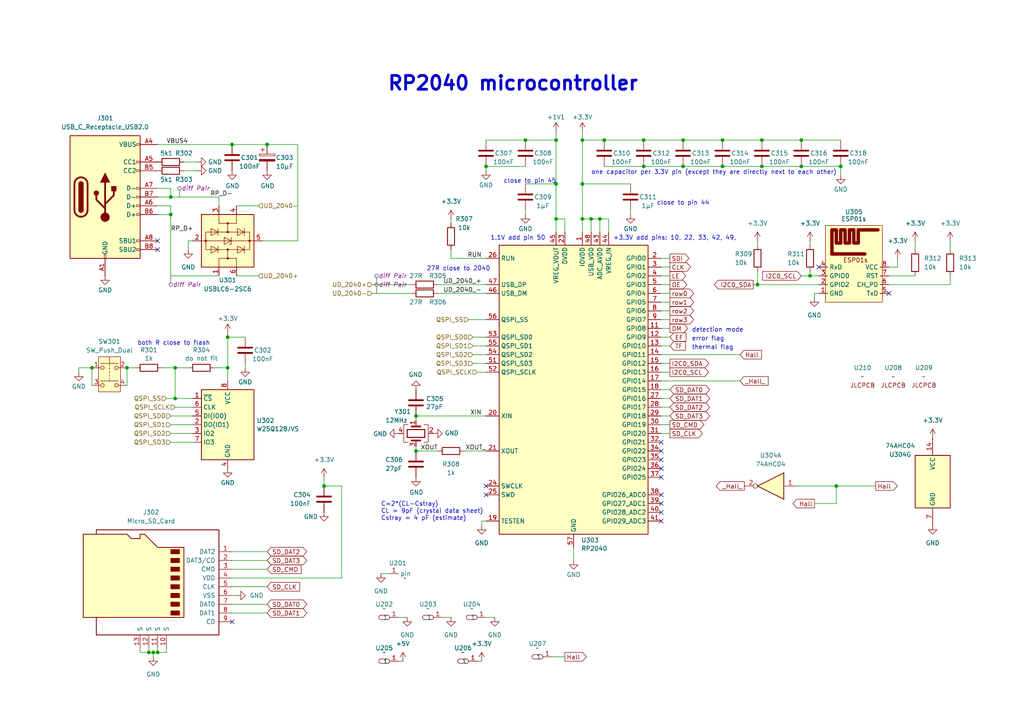
<source format=kicad_sch>
(kicad_sch (version 20231120) (generator "eeschema") (generator_version "8.0")
  (paper "A4")
  (title_block (title "RS64c") (date "2025-01-12") (rev "Rev 1") (company "Ludwin Monz") (comment 1 "you may not use the material for commercial purposes.") (comment 2 "you may use non-commercially, adapt, share alike ") (comment 3 "https://creativecommons.org/licenses/by-nc-sa/4.0/") (comment 4 "License: Creative Commons Attribution-Non-Commercial (CC BY-NC-SA)"))
  (junction (at 175.26 40.64))
  (junction (at 242.57 140.97))
  (junction (at 234.95 80.01))
  (junction (at 120.65 130.81))
  (junction (at 219.71 82.55))
  (junction (at 243.84 48.26))
  (junction (at 168.91 63.5))
  (junction (at 120.65 120.65))
  (junction (at 168.91 40.64))
  (junction (at 93.98 140.97))
  (junction (at 161.29 53.34))
  (junction (at 173.99 63.5))
  (junction (at 140.97 48.26))
  (junction (at 232.41 48.26))
  (junction (at 66.04 106.68))
  (junction (at 232.41 40.64))
  (junction (at 209.55 40.64))
  (junction (at 152.4 40.64))
  (junction (at 49.53 57.15))
  (junction (at 161.29 63.5))
  (junction (at 50.8 106.68))
  (junction (at 209.55 48.26))
  (junction (at 168.91 53.34))
  (junction (at 44.45 189.23))
  (junction (at 43.18 189.23))
  (junction (at 45.72 189.23))
  (junction (at 186.69 40.64))
  (junction (at 66.04 97.79))
  (junction (at 36.83 106.68))
  (junction (at 186.69 48.26))
  (junction (at 26.67 106.68))
  (junction (at 49.53 62.23))
  (junction (at 161.29 40.64))
  (junction (at 220.98 40.64))
  (junction (at 198.12 40.64))
  (junction (at 50.8 115.57))
  (junction (at 171.45 63.5))
  (junction (at 77.47 41.91))
  (junction (at 220.98 48.26))
  (junction (at 67.31 41.91))
  (junction (at 198.12 48.26))
  (no_connect (at 191.77 133.35))
  (no_connect (at 191.77 146.05))
  (no_connect (at 191.77 151.13))
  (no_connect (at 45.72 72.39))
  (no_connect (at 191.77 143.51))
  (no_connect (at 191.77 138.43))
  (no_connect (at 191.77 148.59))
  (no_connect (at 257.81 85.09))
  (no_connect (at 191.77 130.81))
  (no_connect (at 45.72 69.85))
  (no_connect (at 140.97 143.51))
  (no_connect (at 237.49 77.47))
  (no_connect (at 140.97 140.97))
  (no_connect (at 191.77 128.27))
  (no_connect (at 67.31 180.34))
  (no_connect (at 191.77 135.89))
  (wire (pts (xy 130.81 72.39) (xy 130.81 74.93)))
  (wire (pts (xy 168.91 53.34) (xy 168.91 63.5)))
  (wire (pts (xy 191.77 74.93) (xy 194.31 74.93)))
  (wire (pts (xy 49.53 57.15) (xy 49.53 54.61)))
  (wire (pts (xy 168.91 63.5) (xy 171.45 63.5)))
  (wire (pts (xy 40.64 187.96) (xy 40.64 189.23)))
  (wire (pts (xy 50.8 106.68) (xy 54.61 106.68)))
  (wire (pts (xy 71.12 105.41) (xy 71.12 106.68)))
  (wire (pts (xy 120.65 130.81) (xy 127 130.81)))
  (wire (pts (xy 166.37 158.75) (xy 166.37 162.56)))
  (wire (pts (xy 176.53 63.5) (xy 173.99 63.5)))
  (wire (pts (xy 236.22 85.09) (xy 236.22 86.36)))
  (wire (pts (xy 86.36 41.91) (xy 86.36 69.85)))
  (wire (pts (xy 171.45 63.5) (xy 171.45 67.31)))
  (wire (pts (xy 50.8 115.57) (xy 50.8 106.68)))
  (wire (pts (xy 120.65 129.54) (xy 120.65 130.81)))
  (wire (pts (xy 232.41 48.26) (xy 243.84 48.26)))
  (wire (pts (xy 191.77 118.11) (xy 194.31 118.11)))
  (wire (pts (xy 66.04 96.52) (xy 66.04 97.79)))
  (wire (pts (xy 45.72 189.23) (xy 48.26 189.23)))
  (wire (pts (xy 191.77 77.47) (xy 194.31 77.47)))
  (wire (pts (xy 173.99 63.5) (xy 171.45 63.5)))
  (wire (pts (xy 49.53 123.19) (xy 55.88 123.19)))
  (wire (pts (xy 175.26 48.26) (xy 186.69 48.26)))
  (wire (pts (xy 168.91 40.64) (xy 168.91 53.34)))
  (wire (pts (xy 275.59 69.85) (xy 275.59 72.39)))
  (wire (pts (xy 219.71 78.74) (xy 219.71 82.55)))
  (wire (pts (xy 232.41 40.64) (xy 243.84 40.64)))
  (wire (pts (xy 186.69 40.64) (xy 198.12 40.64)))
  (wire (pts (xy 66.04 110.49) (xy 66.04 106.68)))
  (wire (pts (xy 257.81 80.01) (xy 265.43 80.01)))
  (wire (pts (xy 137.16 102.87) (xy 140.97 102.87)))
  (wire (pts (xy 168.91 67.31) (xy 168.91 63.5)))
  (wire (pts (xy 67.31 160.02) (xy 77.47 160.02)))
  (wire (pts (xy 49.53 128.27) (xy 55.88 128.27)))
  (wire (pts (xy 191.77 110.49) (xy 214.63 110.49)))
  (wire (pts (xy 242.57 140.97) (xy 254 140.97)))
  (wire (pts (xy 191.77 80.01) (xy 194.31 80.01)))
  (wire (pts (xy 67.31 177.8) (xy 77.47 177.8)))
  (wire (pts (xy 138.43 107.95) (xy 140.97 107.95)))
  (wire (pts (xy 186.69 48.26) (xy 198.12 48.26)))
  (wire (pts (xy 49.53 80.01) (xy 63.5 80.01)))
  (wire (pts (xy 191.77 82.55) (xy 194.31 82.55)))
  (wire (pts (xy 191.77 123.19) (xy 194.31 123.19)))
  (wire (pts (xy 163.83 67.31) (xy 163.83 63.5)))
  (wire (pts (xy 161.29 40.64) (xy 161.29 53.34)))
  (wire (pts (xy 152.4 53.34) (xy 161.29 53.34)))
  (wire (pts (xy 68.58 80.01) (xy 74.93 80.01)))
  (wire (pts (xy 50.8 118.11) (xy 55.88 118.11)))
  (wire (pts (xy 55.88 115.57) (xy 50.8 115.57)))
  (wire (pts (xy 45.72 59.69) (xy 49.53 59.69)))
  (wire (pts (xy 218.44 82.55) (xy 219.71 82.55)))
  (wire (pts (xy 139.7 151.13) (xy 140.97 151.13)))
  (wire (pts (xy 99.06 167.64) (xy 99.06 140.97)))
  (wire (pts (xy 44.45 189.23) (xy 44.45 190.5)))
  (wire (pts (xy 49.53 54.61) (xy 45.72 54.61)))
  (wire (pts (xy 99.06 140.97) (xy 93.98 140.97)))
  (wire (pts (xy 168.91 40.64) (xy 168.91 38.1)))
  (wire (pts (xy 93.98 138.43) (xy 93.98 140.97)))
  (wire (pts (xy 161.29 38.1) (xy 161.29 40.64)))
  (wire (pts (xy 260.35 77.47) (xy 257.81 77.47)))
  (wire (pts (xy 36.83 106.68) (xy 36.83 111.76)))
  (wire (pts (xy 140.97 48.26) (xy 140.97 49.53)))
  (wire (pts (xy 191.77 85.09) (xy 194.31 85.09)))
  (wire (pts (xy 140.97 48.26) (xy 152.4 48.26)))
  (wire (pts (xy 66.04 97.79) (xy 71.12 97.79)))
  (wire (pts (xy 168.91 53.34) (xy 182.88 53.34)))
  (wire (pts (xy 138.43 191.77) (xy 139.7 191.77)))
  (wire (pts (xy 139.7 152.4) (xy 139.7 151.13)))
  (wire (pts (xy 231.14 140.97) (xy 242.57 140.97)))
  (wire (pts (xy 120.65 120.65) (xy 120.65 121.92)))
  (wire (pts (xy 22.86 107.95) (xy 22.86 106.68)))
  (wire (pts (xy 68.58 59.69) (xy 74.93 59.69)))
  (wire (pts (xy 232.41 80.01) (xy 234.95 80.01)))
  (wire (pts (xy 209.55 48.26) (xy 220.98 48.26)))
  (wire (pts (xy 86.36 69.85) (xy 76.2 69.85)))
  (wire (pts (xy 220.98 40.64) (xy 232.41 40.64)))
  (wire (pts (xy 134.62 130.81) (xy 140.97 130.81)))
  (wire (pts (xy 45.72 187.96) (xy 45.72 189.23)))
  (wire (pts (xy 130.81 74.93) (xy 140.97 74.93)))
  (wire (pts (xy 140.97 179.07) (xy 143.51 179.07)))
  (wire (pts (xy 53.34 49.53) (xy 57.15 49.53)))
  (wire (pts (xy 191.77 120.65) (xy 194.31 120.65)))
  (wire (pts (xy 234.95 69.85) (xy 234.95 71.12)))
  (wire (pts (xy 67.31 175.26) (xy 77.47 175.26)))
  (wire (pts (xy 77.47 41.91) (xy 86.36 41.91)))
  (wire (pts (xy 67.31 165.1) (xy 77.47 165.1)))
  (wire (pts (xy 173.99 67.31) (xy 173.99 63.5)))
  (wire (pts (xy 175.26 40.64) (xy 186.69 40.64)))
  (wire (pts (xy 137.16 105.41) (xy 140.97 105.41)))
  (wire (pts (xy 152.4 40.64) (xy 161.29 40.64)))
  (wire (pts (xy 48.26 189.23) (xy 48.26 187.96)))
  (wire (pts (xy 46.99 106.68) (xy 50.8 106.68)))
  (wire (pts (xy 45.72 57.15) (xy 49.53 57.15)))
  (wire (pts (xy 67.31 41.91) (xy 77.47 41.91)))
  (wire (pts (xy 67.31 162.56) (xy 77.47 162.56)))
  (wire (pts (xy 68.58 172.72) (xy 67.31 172.72)))
  (wire (pts (xy 176.53 67.31) (xy 176.53 63.5)))
  (wire (pts (xy 49.53 62.23) (xy 49.53 59.69)))
  (wire (pts (xy 191.77 115.57) (xy 194.31 115.57)))
  (wire (pts (xy 191.77 105.41) (xy 194.31 105.41)))
  (wire (pts (xy 115.57 179.07) (xy 118.11 179.07)))
  (wire (pts (xy 191.77 87.63) (xy 194.31 87.63)))
  (wire (pts (xy 152.4 60.96) (xy 152.4 62.23)))
  (wire (pts (xy 128.27 179.07) (xy 130.81 179.07)))
  (wire (pts (xy 36.83 106.68) (xy 39.37 106.68)))
  (wire (pts (xy 53.34 46.99) (xy 57.15 46.99)))
  (wire (pts (xy 49.53 57.15) (xy 63.5 57.15)))
  (wire (pts (xy 161.29 63.5) (xy 161.29 67.31)))
  (wire (pts (xy 130.81 63.5) (xy 130.81 64.77)))
  (wire (pts (xy 198.12 40.64) (xy 209.55 40.64)))
  (wire (pts (xy 219.71 69.85) (xy 219.71 71.12)))
  (wire (pts (xy 22.86 106.68) (xy 26.67 106.68)))
  (wire (pts (xy 243.84 48.26) (xy 243.84 50.8)))
  (wire (pts (xy 107.95 85.09) (xy 119.38 85.09)))
  (wire (pts (xy 66.04 97.79) (xy 66.04 106.68)))
  (wire (pts (xy 237.49 85.09) (xy 236.22 85.09)))
  (wire (pts (xy 137.16 97.79) (xy 140.97 97.79)))
  (wire (pts (xy 140.97 40.64) (xy 152.4 40.64)))
  (wire (pts (xy 161.29 53.34) (xy 161.29 63.5)))
  (wire (pts (xy 49.53 120.65) (xy 55.88 120.65)))
  (wire (pts (xy 26.67 106.68) (xy 26.67 111.76)))
  (wire (pts (xy 99.06 167.64) (xy 67.31 167.64)))
  (wire (pts (xy 120.65 120.65) (xy 140.97 120.65)))
  (wire (pts (xy 44.45 189.23) (xy 45.72 189.23)))
  (wire (pts (xy 191.77 95.25) (xy 194.31 95.25)))
  (wire (pts (xy 115.57 191.77) (xy 116.84 191.77)))
  (wire (pts (xy 191.77 125.73) (xy 194.31 125.73)))
  (wire (pts (xy 127 82.55) (xy 140.97 82.55)))
  (wire (pts (xy 137.16 100.33) (xy 140.97 100.33)))
  (wire (pts (xy 67.31 170.18) (xy 77.47 170.18)))
  (wire (pts (xy 163.83 63.5) (xy 161.29 63.5)))
  (wire (pts (xy 48.26 115.57) (xy 50.8 115.57)))
  (wire (pts (xy 49.53 125.73) (xy 55.88 125.73)))
  (wire (pts (xy 54.61 72.39) (xy 54.61 69.85)))
  (wire (pts (xy 127 85.09) (xy 140.97 85.09)))
  (wire (pts (xy 182.88 60.96) (xy 182.88 62.23)))
  (wire (pts (xy 110.49 166.37) (xy 113.03 166.37)))
  (wire (pts (xy 191.77 90.17) (xy 194.31 90.17)))
  (wire (pts (xy 260.35 74.93) (xy 260.35 77.47)))
  (wire (pts (xy 191.77 100.33) (xy 194.31 100.33)))
  (wire (pts (xy 135.89 92.71) (xy 140.97 92.71)))
  (wire (pts (xy 49.53 62.23) (xy 49.53 80.01)))
  (wire (pts (xy 219.71 82.55) (xy 237.49 82.55)))
  (wire (pts (xy 220.98 48.26) (xy 232.41 48.26)))
  (wire (pts (xy 234.95 80.01) (xy 237.49 80.01)))
  (wire (pts (xy 54.61 69.85) (xy 55.88 69.85)))
  (wire (pts (xy 209.55 40.64) (xy 220.98 40.64)))
  (wire (pts (xy 66.04 106.68) (xy 62.23 106.68)))
  (wire (pts (xy 191.77 97.79) (xy 194.31 97.79)))
  (wire (pts (xy 242.57 146.05) (xy 242.57 140.97)))
  (wire (pts (xy 265.43 69.85) (xy 265.43 72.39)))
  (wire (pts (xy 63.5 57.15) (xy 63.5 59.69)))
  (wire (pts (xy 234.95 78.74) (xy 234.95 80.01)))
  (wire (pts (xy 45.72 62.23) (xy 49.53 62.23)))
  (wire (pts (xy 43.18 189.23) (xy 44.45 189.23)))
  (wire (pts (xy 275.59 82.55) (xy 257.81 82.55)))
  (wire (pts (xy 45.72 41.91) (xy 67.31 41.91)))
  (wire (pts (xy 198.12 48.26) (xy 209.55 48.26)))
  (wire (pts (xy 191.77 107.95) (xy 194.31 107.95)))
  (wire (pts (xy 175.26 40.64) (xy 168.91 40.64)))
  (wire (pts (xy 107.95 82.55) (xy 119.38 82.55)))
  (wire (pts (xy 43.18 187.96) (xy 43.18 189.23)))
  (wire (pts (xy 160.02 190.5) (xy 163.83 190.5)))
  (wire (pts (xy 275.59 80.01) (xy 275.59 82.55)))
  (wire (pts (xy 191.77 102.87) (xy 214.63 102.87)))
  (wire (pts (xy 191.77 113.03) (xy 194.31 113.03)))
  (wire (pts (xy 191.77 92.71) (xy 194.31 92.71)))
  (wire (pts (xy 236.22 146.05) (xy 242.57 146.05)))
  (wire (pts (xy 40.64 189.23) (xy 43.18 189.23)))
  (text "27R close to 2040" (at 142.24 78.74 0) (effects (font (size 1.27 1.27)) (justify right bottom)))
  (text "close to pin 44" (at 190.5 59.69 0) (effects (font (size 1.27 1.27)) (justify left bottom)))
  (text "+3.3V add pins: 10, 22, 33, 42, 49,  " (at 177.8 69.85 0) (effects (font (size 1.27 1.27)) (justify left bottom)))
  (text "RP2040 microcontroller" (at 185.42 26.67 0) (effects (font (size 4 4) (thickness 0.8) (bold yes)) (justify right bottom)))
  (text "C=2*(CL-Cstray)\nCL = 9pF (crystal data sheet)\nCstray = 4 pF (estimate)" (at 110.49 151.13 0) (effects (font (size 1.27 1.27)) (justify left bottom)))
  (text "close to pin 45" (at 146.05 53.34 0) (effects (font (size 1.27 1.27)) (justify left bottom)))
  (text "detection mode" (at 200.66 96.52 0) (effects (font (size 1.27 1.27)) (justify left bottom)))
  (text "error flag" (at 200.66 99.06 0) (effects (font (size 1.27 1.27)) (justify left bottom)))
  (text "1.1V add pin 50" (at 142.24 69.85 0) (effects (font (size 1.27 1.27)) (justify left bottom)))
  (text "thermal flag" (at 200.66 101.6 0) (effects (font (size 1.27 1.27)) (justify left bottom)))
  (text "both R close to flash" (at 60.96 100.33 0) (effects (font (size 1.27 1.27)) (justify right bottom)))
  (text "one capacitor per 3.3V pin (except they are directly next to each other)" (at 171.45 50.8 0) (effects (font (size 1.27 1.27)) (justify left bottom)))
  (label "XOUT" (at 127 130.81 180))
  (label "RP_D-" (at 60.96 57.15 0))
  (label "RUN" (at 139.7 74.93 180))
  (label "UD_2040_-" (at 139.7 85.09 180))
  (label "XIN" (at 139.7 120.65 180))
  (label "UD_2040_+" (at 139.7 82.55 180))
  (label "VBUS4" (at 48.26 41.91 0))
  (label "RP_D+" (at 49.53 67.31 0))
  (label "XOUT_" (at 140.97 130.81 180))
  (global_label "row2" (shape output) (at 194.31 90.17 0) (property "Intersheetrefs" "${INTERSHEET_REFS}" (effects (hide yes))))
  (global_label "SD_DAT2" (shape bidirectional) (at 194.31 118.11 0) (property "Intersheetrefs" "${INTERSHEET_REFS}" (effects (hide yes))))
  (global_label "SDI" (shape output) (at 194.31 74.93 0) (property "Intersheetrefs" "${INTERSHEET_REFS}" (effects (hide yes))))
  (global_label "row1" (shape output) (at 194.31 87.63 0) (property "Intersheetrefs" "${INTERSHEET_REFS}" (effects (hide yes))))
  (global_label "I2C0_SDA" (shape output) (at 194.31 105.41 0) (property "Intersheetrefs" "${INTERSHEET_REFS}" (effects (hide yes))))
  (global_label "EF" (shape input) (at 194.31 97.79 0) (property "Intersheetrefs" "${INTERSHEET_REFS}" (effects (hide yes))))
  (global_label "Hall" (shape output) (at 163.83 190.5 0) (property "Intersheetrefs" "${INTERSHEET_REFS}" (effects (hide yes))))
  (global_label "Hall" (shape output) (at 236.22 146.05 180) (property "Intersheetrefs" "${INTERSHEET_REFS}" (effects (hide yes))))
  (global_label "SD_DAT3" (shape bidirectional) (at 77.47 162.56 0) (property "Intersheetrefs" "${INTERSHEET_REFS}" (effects (hide yes))))
  (global_label "row0" (shape output) (at 194.31 85.09 0) (property "Intersheetrefs" "${INTERSHEET_REFS}" (effects (hide yes))))
  (global_label "OE" (shape output) (at 194.31 82.55 0) (property "Intersheetrefs" "${INTERSHEET_REFS}" (effects (hide yes))))
  (global_label "LE" (shape output) (at 194.31 80.01 0) (property "Intersheetrefs" "${INTERSHEET_REFS}" (effects (hide yes))))
  (global_label "Hall" (shape output) (at 254 140.97 0) (property "Intersheetrefs" "${INTERSHEET_REFS}" (effects (hide yes))))
  (global_label "Hall" (shape input) (at 214.63 102.87 0) (property "Intersheetrefs" "${INTERSHEET_REFS}" (effects (hide yes))))
  (global_label "SD_DAT0" (shape bidirectional) (at 77.47 175.26 0) (property "Intersheetrefs" "${INTERSHEET_REFS}" (effects (hide yes))))
  (global_label "TF" (shape input) (at 194.31 100.33 0) (property "Intersheetrefs" "${INTERSHEET_REFS}" (effects (hide yes))))
  (global_label "I2C0_SCL" (shape input) (at 232.41 80.01 180) (property "Intersheetrefs" "${INTERSHEET_REFS}" (effects (hide yes))))
  (global_label "I2C0_SCL" (shape output) (at 194.31 107.95 0) (property "Intersheetrefs" "${INTERSHEET_REFS}" (effects (hide yes))))
  (global_label "SD_CLK" (shape input) (at 77.47 170.18 0) (property "Intersheetrefs" "${INTERSHEET_REFS}" (effects (hide yes))))
  (global_label "I2C0_SDA" (shape output) (at 218.44 82.55 180) (property "Intersheetrefs" "${INTERSHEET_REFS}" (effects (hide yes))))
  (global_label "SD_CMD" (shape output) (at 194.31 123.19 0) (property "Intersheetrefs" "${INTERSHEET_REFS}" (effects (hide yes))))
  (global_label "SD_CLK" (shape output) (at 194.31 125.73 0) (property "Intersheetrefs" "${INTERSHEET_REFS}" (effects (hide yes))))
  (global_label "SD_DAT2" (shape bidirectional) (at 77.47 160.02 0) (property "Intersheetrefs" "${INTERSHEET_REFS}" (effects (hide yes))))
  (global_label "SD_DAT3" (shape bidirectional) (at 194.31 120.65 0) (property "Intersheetrefs" "${INTERSHEET_REFS}" (effects (hide yes))))
  (global_label "_Hall_" (shape output) (at 215.9 140.97 180) (property "Intersheetrefs" "${INTERSHEET_REFS}" (effects (hide yes))))
  (global_label "DM" (shape output) (at 194.31 95.25 0) (property "Intersheetrefs" "${INTERSHEET_REFS}" (effects (hide yes))))
  (global_label "SD_CMD" (shape input) (at 77.47 165.1 0) (property "Intersheetrefs" "${INTERSHEET_REFS}" (effects (hide yes))))
  (global_label "row3" (shape output) (at 194.31 92.71 0) (property "Intersheetrefs" "${INTERSHEET_REFS}" (effects (hide yes))))
  (global_label "CLK" (shape output) (at 194.31 77.47 0) (property "Intersheetrefs" "${INTERSHEET_REFS}" (effects (hide yes))))
  (global_label "SD_DAT0" (shape bidirectional) (at 194.31 113.03 0) (property "Intersheetrefs" "${INTERSHEET_REFS}" (effects (hide yes))))
  (global_label "SD_DAT1" (shape bidirectional) (at 77.47 177.8 0) (property "Intersheetrefs" "${INTERSHEET_REFS}" (effects (hide yes))))
  (global_label "_Hall_" (shape input) (at 214.63 110.49 0) (property "Intersheetrefs" "${INTERSHEET_REFS}" (effects (hide yes))))
  (global_label "SD_DAT1" (shape bidirectional) (at 194.31 115.57 0) (property "Intersheetrefs" "${INTERSHEET_REFS}" (effects (hide yes))))
  (hierarchical_label "QSPI_SD1" (shape input) (at 137.16 100.33 180))
  (hierarchical_label "QSPI_SD3" (shape input) (at 137.16 105.41 180))
  (hierarchical_label "QSPI_SD0" (shape input) (at 49.53 120.65 180))
  (hierarchical_label "UD_2040+" (shape input) (at 74.93 80.01 0))
  (hierarchical_label "QSPI_SS" (shape input) (at 48.26 115.57 180))
  (hierarchical_label "QSPI_SD3" (shape input) (at 49.53 128.27 180))
  (hierarchical_label "UD_2040-" (shape input) (at 107.95 85.09 180))
  (hierarchical_label "QSPI_SCLK" (shape input) (at 138.43 107.95 180))
  (hierarchical_label "QSPI_SD1" (shape input) (at 49.53 123.19 180))
  (hierarchical_label "QSPI_SS" (shape input) (at 135.89 92.71 180))
  (hierarchical_label "UD_2040+" (shape input) (at 107.95 82.55 180))
  (hierarchical_label "QSPI_SD2" (shape input) (at 137.16 102.87 180))
  (hierarchical_label "QSPI_SCLK" (shape input) (at 50.8 118.11 180))
  (hierarchical_label "QSPI_SD0" (shape input) (at 137.16 97.79 180))
  (hierarchical_label "QSPI_SD2" (shape input) (at 49.53 125.73 180))
  (hierarchical_label "UD_2040-" (shape input) (at 74.93 59.69 0))
  (netclass_flag "" (length 2.54) (shape round) (at 109.22 85.09 0) (property "Netclass" "diff Pair" (at 109.8296 82.55 0) (effects (font (italic yes)) (justify left))))
  (netclass_flag "" (length 2.54) (shape round) (at 52.07 57.15 0) (property "Netclass" "diff Pair" (at 52.6796 54.61 0) (effects (font (italic yes)) (justify left))))
  (netclass_flag "" (length 2.54) (shape round) (at 49.53 80.01 180) (property "Netclass" "diff Pair" (at 50.1396 82.55 0) (effects (font (italic yes)) (justify left))))
  (netclass_flag "" (length 2.54) (shape round) (at 109.22 82.55 0) (property "Netclass" "diff Pair" (at 109.8296 80.01 0) (effects (font (italic yes)) (justify left))))
  (symbol (lib_name "GND_4") (lib_id "power:GND") (at 118.11 179.07 0) (unit 1)
    (property "Reference" "#PWR0204" (effects (hide yes)))
    (property "Value" "GND" (at 118.11 184.15 0))
    (property "Description" "Power symbol creates a global label with name \"GND\" , ground" (effects (hide yes)))
  )
  (symbol (lib_id "my_symbols:USB_C_Receptacle_USB2.0_no_S1") (at 30.48 57.15 0) (unit 1)
    (property "Reference" "J301" (at 30.48 34.29 0))
    (property "Value" "USB_C_Receptacle_USB2.0" (at 30.48 36.83 0))
    (property "Footprint" "my_footprints:USB_C_7082A" (effects (hide yes)))
    (property "Datasheet" "https://www.usb.org/sites/default/files/documents/usb_type-c.zip" (effects (hide yes)))
    (property "LCSC" "C3001289" (effects (hide yes)))
  )
  (symbol (lib_id "Device:R") (at 275.59 76.2 180) (unit 1)
    (property "Reference" "R313" (at 278.13 74.9299 0) (effects (justify right)))
    (property "Value" "10k" (at 278.13 77.4699 0) (effects (justify right)))
    (property "Footprint" "Resistor_SMD:R_0402_1005Metric" (effects (hide yes)))
    (property "Description" "Resistor" (effects (hide yes)))
    (property "LCSC" "C25744" (effects (hide yes)))
  )
  (symbol (lib_id "my_symbols:slot1") (at 125.73 179.07 180) (unit 1)
    (property "Reference" "U203" (at 124.1425 175.26 0))
    (property "Value" "~" (at 124.1425 176.53 0))
    (property "Footprint" "my_footprints:edge_contact" (effects (hide yes)))
  )
  (symbol (lib_id "power:GND") (at 54.61 72.39 0) (unit 1)
    (property "Reference" "#PWR0304" (effects (hide yes)))
    (property "Value" "GND" (at 54.61 77.47 0))
  )
  (symbol (lib_name "+3.3V_5") (lib_id "power:+3.3V") (at 139.7 191.77 0) (unit 1)
    (property "Reference" "#PWR0208" (effects (hide yes)))
    (property "Value" "+3.3V" (at 139.7 186.69 0))
    (property "Description" "Power symbol creates a global label with name \"+3.3V\"" (effects (hide yes)))
  )
  (symbol (lib_id "power:GND") (at 139.7 152.4 0) (unit 1)
    (property "Reference" "#PWR0321" (effects (hide yes)))
    (property "Value" "GND" (at 139.7 157.48 0))
  )
  (symbol (lib_id "my_symbols:slot1") (at 135.89 191.77 180) (unit 1)
    (property "Reference" "U206" (at 134.3025 187.96 0))
    (property "Value" "~" (at 134.3025 189.23 0))
    (property "Footprint" "my_footprints:edge_contact_small" (effects (hide yes)))
  )
  (symbol (lib_id "my_symbols:slot1") (at 138.43 179.07 180) (unit 1)
    (property "Reference" "U204" (at 136.8425 175.26 0))
    (property "Value" "~" (at 136.8425 176.53 0))
    (property "Footprint" "my_footprints:edge_contact_small" (effects (hide yes)))
  )
  (symbol (lib_id "my_symbols:slot1") (at 157.48 190.5 180) (unit 1)
    (property "Reference" "U207" (at 155.8925 186.69 0))
    (property "Value" "~" (at 155.8925 187.96 0))
    (property "Footprint" "my_footprints:edge_contact_small" (effects (hide yes)))
  )
  (symbol (lib_name "GND_4") (lib_id "power:GND") (at 130.81 179.07 0) (unit 1)
    (property "Reference" "#PWR0205" (effects (hide yes)))
    (property "Value" "GND" (at 130.81 184.15 0))
    (property "Description" "Power symbol creates a global label with name \"GND\" , ground" (effects (hide yes)))
  )
  (symbol (lib_id "power:GND") (at 77.47 49.53 0) (unit 1)
    (property "Reference" "#PWR0312" (effects (hide yes)))
    (property "Value" "GND" (at 77.597 53.9242 0))
  )
  (symbol (lib_id "Device:R") (at 58.42 106.68 90) (unit 1)
    (property "Reference" "R304" (at 58.42 101.5197 90))
    (property "Value" "do not fit" (at 58.42 103.9439 90))
    (property "Footprint" "Resistor_SMD:R_0402_1005Metric" (effects (hide yes)))
  )
  (symbol (lib_id "power:+3.3V") (at 66.04 96.52 0) (unit 1)
    (property "Reference" "#PWR0307" (effects (hide yes)))
    (property "Value" "+3.3V" (at 66.04 92.3869 0))
  )
  (symbol (lib_id "Device:R") (at 265.43 76.2 180) (unit 1)
    (property "Reference" "R312" (at 267.97 74.9299 0) (effects (justify right)))
    (property "Value" "10k" (at 267.97 77.4699 0) (effects (justify right)))
    (property "Footprint" "Resistor_SMD:R_0402_1005Metric" (effects (hide yes)))
    (property "Description" "Resistor" (effects (hide yes)))
    (property "LCSC" "C25744" (effects (hide yes)))
  )
  (symbol (lib_id "power:GND") (at 71.12 106.68 0) (unit 1)
    (property "Reference" "#PWR0311" (effects (hide yes)))
    (property "Value" "GND" (at 71.12 110.8131 0))
  )
  (symbol (lib_id "74xx:74AHCT04") (at 270.51 139.7 0) (mirror y) (unit 7)
    (property "Reference" "U304" (at 261.112 131.826 0))
    (property "Value" "74AHC04" (at 261.112 129.286 0))
    (property "Footprint" "Package_SO:SO-14_3.9x8.65mm_P1.27mm" (effects (hide yes)))
    (property "Datasheet" "https://assets.nexperia.com/documents/data-sheet/74AHC_AHCT04.pdf" (effects (hide yes)))
    (property "Description" "Hex Inverter" (effects (hide yes)))
    (property "LCSC" "C86613" (effects (hide yes)))
  )
  (symbol (lib_name "+3.3V_1") (lib_id "power:+3.3V") (at 260.35 74.93 0) (unit 1)
    (property "Reference" "#PWR0336" (effects (hide yes)))
    (property "Value" "+3.3V" (at 260.35 69.85 0))
    (property "Description" "Power symbol creates a global label with name \"+3.3V\"" (effects (hide yes)))
  )
  (symbol (lib_id "power:+3.3V") (at 130.81 63.5 0) (unit 1)
    (property "Reference" "#PWR0320" (effects (hide yes)))
    (property "Value" "+3.3V" (at 130.81 58.42 0))
  )
  (symbol (lib_id "power:+1V1") (at 161.29 38.1 0) (unit 1)
    (property "Reference" "#PWR0324" (effects (hide yes)))
    (property "Value" "+1V1" (at 161.29 33.9669 0))
  )
  (symbol (lib_id "power:GND") (at 120.65 113.03 180) (unit 1)
    (property "Reference" "#PWR0317" (effects (hide yes)))
    (property "Value" "GND" (at 120.523 108.6358 0))
  )
  (symbol (lib_id "Device:R") (at 43.18 106.68 90) (unit 1)
    (property "Reference" "R301" (at 43.18 101.5197 90))
    (property "Value" "1k" (at 43.18 103.9439 90))
    (property "Footprint" "Resistor_SMD:R_0402_1005Metric" (effects (hide yes)))
    (property "LCSC" "C11702" (effects (hide yes)))
  )
  (symbol (lib_id "Device:R") (at 234.95 74.93 180) (unit 1)
    (property "Reference" "R311" (at 228.346 73.66 0) (effects (justify right)))
    (property "Value" "10k" (at 228.346 76.2 0) (effects (justify right)))
    (property "Footprint" "Resistor_SMD:R_0402_1005Metric" (effects (hide yes)))
    (property "Description" "Resistor" (effects (hide yes)))
    (property "LCSC" "C25744" (effects (hide yes)))
  )
  (symbol (lib_id "my_symbols:JLCPCB") (at 267.97 111.76 0) (unit 1)
    (property "Reference" "U209" (at 267.97 106.68 0))
    (property "Value" "~" (at 267.97 109.22 0))
    (property "Footprint" "my_footprints:JLC_tooling_hole" (effects (hide yes)))
  )
  (symbol (lib_id "power:GND") (at 57.15 49.53 90) (unit 1)
    (property "Reference" "#PWR0306" (effects (hide yes)))
    (property "Value" "GND" (at 60.325 49.53 90) (effects (justify right)))
  )
  (symbol (lib_id "Device:R") (at 49.53 49.53 90) (unit 1)
    (property "Reference" "R303" (at 53.34 52.07 90))
    (property "Value" "5k1" (at 48.26 52.07 90))
    (property "Footprint" "Resistor_SMD:R_0402_1005Metric" (effects (hide yes)))
    (property "LCSC" "C25905" (effects (hide yes)))
  )
  (symbol (lib_id "Switch:SW_Push_Dual") (at 31.75 109.22 0) (unit 1)
    (property "Reference" "SW301" (at 31.75 99.06 0))
    (property "Value" "SW_Push_Dual" (at 31.75 101.6 0))
    (property "Footprint" "my_footprints:PS-5824SVA-4PN" (effects (hide yes)))
    (property "Description" "Push button switch, generic, symbol, four pins" (effects (hide yes)))
  )
  (symbol (lib_id "power:GND") (at 115.57 125.73 270) (unit 1)
    (property "Reference" "#PWR0315" (effects (hide yes)))
    (property "Value" "GND" (at 112.3188 125.857 90) (effects (justify right)))
  )
  (symbol (lib_id "power:GND") (at 125.73 125.73 90) (unit 1)
    (property "Reference" "#PWR0319" (effects (hide yes)))
    (property "Value" "GND" (at 128.9812 125.603 90) (effects (justify right)))
  )
  (symbol (lib_id "Device:C") (at 120.65 134.62 0) (unit 1)
    (property "Reference" "C306" (at 111.76 133.35 0) (effects (justify left)))
    (property "Value" "27pF" (at 111.76 135.89 0) (effects (justify left)))
    (property "Footprint" "Capacitor_SMD:C_0402_1005Metric" (effects (hide yes)))
    (property "LCSC" "C1557" (effects (hide yes)))
  )
  (symbol (lib_id "my_symbols:slot1") (at 113.03 191.77 180) (unit 1)
    (property "Reference" "U205" (at 111.4425 187.96 0))
    (property "Value" "~" (at 111.4425 189.23 0))
    (property "Footprint" "my_footprints:edge_contact_small" (effects (hide yes)))
  )
  (symbol (lib_name "GND_2") (lib_id "power:GND") (at 110.49 166.37 0) (unit 1)
    (property "Reference" "#PWR0201" (effects (hide yes)))
    (property "Value" "GND" (at 110.49 171.45 0))
    (property "Description" "Power symbol creates a global label with name \"GND\" , ground" (effects (hide yes)))
  )
  (symbol (lib_id "Device:R") (at 130.81 68.58 180) (unit 1)
    (property "Reference" "R307" (at 134.62 63.5 0))
    (property "Value" "10k" (at 134.62 66.04 0))
    (property "Footprint" "Resistor_SMD:R_0402_1005Metric" (effects (hide yes)))
    (property "LCSC" "C25744" (effects (hide yes)))
  )
  (symbol (lib_id "my_symbols:JLCPCB") (at 259.08 111.76 0) (unit 1)
    (property "Reference" "U208" (at 259.08 106.68 0))
    (property "Value" "~" (at 259.08 109.22 0))
    (property "Footprint" "my_footprints:JLC_tooling_hole" (effects (hide yes)))
  )
  (symbol (lib_id "74xx:74AHCT04") (at 223.52 140.97 180) (unit 1)
    (property "Reference" "U304" (at 223.52 132.08 0))
    (property "Value" "74AHC04" (at 223.52 134.62 0))
    (property "Footprint" "Package_SO:SO-14_3.9x8.65mm_P1.27mm" (effects (hide yes)))
    (property "Datasheet" "https://assets.nexperia.com/documents/data-sheet/74AHC_AHCT04.pdf" (effects (hide yes)))
    (property "Description" "Hex Inverter" (effects (hide yes)))
    (property "LCSC" "C86613" (effects (hide yes)))
  )
  (symbol (lib_id "Device:C") (at 232.41 44.45 180) (unit 1)
    (property "Reference" "C316" (at 237.49 44.45 0))
    (property "Value" "100nF" (at 237.49 46.99 0))
    (property "Footprint" "Capacitor_SMD:C_0402_1005Metric" (effects (hide yes)))
    (property "LCSC" "C307331" (effects (hide yes)))
  )
  (symbol (lib_id "power:GND") (at 66.04 135.89 0) (unit 1)
    (property "Reference" "#PWR0308" (effects (hide yes)))
    (property "Value" "GND" (at 66.04 140.0231 0))
  )
  (symbol (lib_id "RD40_display_SMD-rescue:CP-Device") (at 77.47 45.72 0) (unit 1)
    (property "Reference" "C303" (at 80.01 45.72 0) (effects (justify left)))
    (property "Value" "10µF" (at 80.01 48.26 0) (effects (justify left)))
    (property "Footprint" "Capacitor_SMD:C_0805_2012Metric" (effects (hide yes)))
    (property "LCSC" "C15850" (effects (hide yes)))
  )
  (symbol (lib_id "Device:C") (at 220.98 44.45 180) (unit 1)
    (property "Reference" "C315" (at 226.06 44.45 0))
    (property "Value" "100nF" (at 226.06 46.99 0))
    (property "Footprint" "Capacitor_SMD:C_0402_1005Metric" (effects (hide yes)))
    (property "LCSC" "C307331" (effects (hide yes)))
  )
  (symbol (lib_id "Device:R") (at 123.19 82.55 90) (unit 1)
    (property "Reference" "R305" (at 127 80.01 90))
    (property "Value" "27R" (at 120.65 80.01 90))
    (property "Footprint" "Resistor_SMD:R_0402_1005Metric" (effects (hide yes)))
    (property "LCSC" "C321419" (effects (hide yes)))
  )
  (symbol (lib_id "MCU_RaspberryPi:RP2040") (at 166.37 113.03 0) (unit 1)
    (property "Reference" "U303" (at 168.5641 156.6601 0) (effects (justify left)))
    (property "Value" "RP2040" (at 168.5641 159.0843 0) (effects (justify left)))
    (property "Footprint" "Package_DFN_QFN:QFN-56-1EP_7x7mm_P0.4mm_EP3.2x3.2mm" (effects (hide yes)))
    (property "Datasheet" "https://datasheets.raspberrypi.com/rp2040/rp2040-datasheet.pdf" (effects (hide yes)))
    (property "LCSC" "C2040" (effects (hide yes)))
  )
  (symbol (lib_name "+3.3V_4") (lib_id "power:+3.3V") (at 270.51 127 0) (unit 1)
    (property "Reference" "#PWR0203" (effects (hide yes)))
    (property "Value" "+3.3V" (at 270.51 121.92 0))
    (property "Description" "Power symbol creates a global label with name \"+3.3V\"" (effects (hide yes)))
  )
  (symbol (lib_id "Device:C") (at 182.88 57.15 180) (unit 1)
    (property "Reference" "C311" (at 187.96 57.15 0))
    (property "Value" "1µF" (at 187.96 59.69 0))
    (property "Footprint" "Capacitor_SMD:C_0402_1005Metric" (effects (hide yes)))
    (property "LCSC" "C52923" (effects (hide yes)))
  )
  (symbol (lib_name "+3.3V_3") (lib_id "power:+3.3V") (at 275.59 69.85 0) (unit 1)
    (property "Reference" "#PWR0338" (effects (hide yes)))
    (property "Value" "+3.3V" (at 275.59 64.77 0))
    (property "Description" "Power symbol creates a global label with name \"+3.3V\"" (effects (hide yes)))
  )
  (symbol (lib_id "Device:C") (at 71.12 101.6 180) (unit 1)
    (property "Reference" "C302" (at 76.2 101.6 0))
    (property "Value" "100nF" (at 76.2 104.14 0))
    (property "Footprint" "Capacitor_SMD:C_0402_1005Metric" (effects (hide yes)))
    (property "LCSC" "C307331" (effects (hide yes)))
  )
  (symbol (lib_id "Device:C") (at 120.65 116.84 0) (unit 1)
    (property "Reference" "C305" (at 123.571 115.6716 0) (effects (justify left)))
    (property "Value" "27pF" (at 123.571 117.983 0) (effects (justify left)))
    (property "Footprint" "Capacitor_SMD:C_0402_1005Metric" (effects (hide yes)))
    (property "LCSC" "C1557" (effects (hide yes)))
  )
  (symbol (lib_id "power:GND") (at 22.86 107.95 0) (unit 1)
    (property "Reference" "#PWR0301" (effects (hide yes)))
    (property "Value" "GND" (at 22.86 112.0831 0))
  )
  (symbol (lib_id "my_symbols:pin") (at 115.57 166.37 0) (unit 1)
    (property "Reference" "U201" (at 112.776 163.322 0) (effects (justify left)))
    (property "Value" "~" (at 116.84 167.64 0) (effects (justify left)))
    (property "Footprint" "my_footprints:slot" (effects (hide yes)))
  )
  (symbol (lib_name "+3.3V_3") (lib_id "power:+3.3V") (at 234.95 69.85 0) (unit 1)
    (property "Reference" "#PWR0331" (effects (hide yes)))
    (property "Value" "+3.3V" (at 234.95 64.77 0))
    (property "Description" "Power symbol creates a global label with name \"+3.3V\"" (effects (hide yes)))
  )
  (symbol (lib_id "power:GND") (at 120.65 138.43 0) (unit 1)
    (property "Reference" "#PWR0318" (effects (hide yes)))
    (property "Value" "GND" (at 120.777 142.8242 0))
  )
  (symbol (lib_id "Device:C") (at 140.97 44.45 180) (unit 1)
    (property "Reference" "C307" (at 146.05 44.45 0))
    (property "Value" "100nF" (at 146.05 46.99 0))
    (property "Footprint" "Capacitor_SMD:C_0402_1005Metric" (effects (hide yes)))
    (property "LCSC" "C307331" (effects (hide yes)))
  )
  (symbol (lib_id "Device:C") (at 243.84 44.45 180) (unit 1)
    (property "Reference" "C318" (at 248.92 44.45 0))
    (property "Value" "100nF" (at 248.92 46.99 0))
    (property "Footprint" "Capacitor_SMD:C_0402_1005Metric" (effects (hide yes)))
    (property "LCSC" "C307331" (effects (hide yes)))
  )
  (symbol (lib_id "power:GND") (at 30.48 80.01 0) (unit 1)
    (property "Reference" "#PWR0302" (effects (hide yes)))
    (property "Value" "GND" (at 30.48 84.1431 0))
  )
  (symbol (lib_id "my_symbols:ESP01s") (at 247.65 74.93 0) (unit 1)
    (property "Reference" "U305" (at 247.65 61.468 0))
    (property "Value" "ESP01s" (at 247.65 63.5 0))
    (property "Footprint" "my_footprints:ESP01s_SMD" (effects (hide yes)))
  )
  (symbol (lib_id "power:GND") (at 152.4 62.23 0) (unit 1)
    (property "Reference" "#PWR0323" (effects (hide yes)))
    (property "Value" "GND" (at 152.4 66.3631 0))
  )
  (symbol (lib_id "power:GND") (at 67.31 49.53 0) (unit 1)
    (property "Reference" "#PWR0309" (effects (hide yes)))
    (property "Value" "GND" (at 67.437 53.9242 0))
  )
  (symbol (lib_id "Device:R") (at 123.19 85.09 90) (unit 1)
    (property "Reference" "R306" (at 127 87.63 90))
    (property "Value" "27R" (at 120.65 87.63 90))
    (property "Footprint" "Resistor_SMD:R_0402_1005Metric" (effects (hide yes)))
    (property "LCSC" "C321419" (effects (hide yes)))
  )
  (symbol (lib_id "power:GND") (at 140.97 49.53 0) (unit 1)
    (property "Reference" "#PWR0322" (effects (hide yes)))
    (property "Value" "GND" (at 140.97 53.6631 0))
  )
  (symbol (lib_id "power:+3.3V") (at 168.91 38.1 0) (unit 1)
    (property "Reference" "#PWR0326" (effects (hide yes)))
    (property "Value" "+3.3V" (at 168.91 33.9669 0))
  )
  (symbol (lib_id "Power_Protection:USBLC6-2SC6") (at 66.04 69.85 270) (mirror x) (unit 1)
    (property "Reference" "U301" (at 66.04 81.28 90))
    (property "Value" "USBLC6-2SC6" (at 66.04 83.82 90))
    (property "Footprint" "Package_TO_SOT_SMD:SOT-23-6" (effects (hide yes)))
    (property "Datasheet" "https://www.st.com/resource/en/datasheet/usblc6-2.pdf" (effects (hide yes)))
    (property "LCSC" "C2687116" (effects (hide yes)))
  )
  (symbol (lib_id "Memory_Flash:W25Q128JVS") (at 66.04 123.19 0) (unit 1)
    (property "Reference" "U302" (at 74.422 121.9779 0) (effects (justify left)))
    (property "Value" "W25Q128JVS" (at 74.422 124.4021 0) (effects (justify left)))
    (property "Footprint" "Package_SO:SOIC-8_5.23x5.23mm_P1.27mm" (effects (hide yes)))
    (property "Datasheet" "http://www.winbond.com/resource-files/w25q128jv_dtr%20revc%2003272018%20plus.pdf" (effects (hide yes)))
    (property "LCSC" "C97521" (effects (hide yes)))
  )
  (symbol (lib_id "Device:C") (at 175.26 44.45 180) (unit 1)
    (property "Reference" "C310" (at 180.34 44.45 0))
    (property "Value" "100nF" (at 180.34 46.99 0))
    (property "Footprint" "Capacitor_SMD:C_0402_1005Metric" (effects (hide yes)))
    (property "LCSC" "C307331" (effects (hide yes)))
  )
  (symbol (lib_id "New_Library:my_Micro_SD_Card") (at 44.45 167.64 0) (mirror y) (unit 1)
    (property "Reference" "J302" (at 43.815 148.59 0))
    (property "Value" "Micro_SD_Card" (at 43.815 151.13 0))
    (property "Footprint" "my_footprints:microSD_SMD" (effects (hide yes)))
    (property "Datasheet" "GT-TF003-H0185-02.pdf" (effects (hide yes)))
    (property "LCSC" "C5155564" (effects (hide yes)))
  )
  (symbol (lib_id "Device:Crystal_GND24") (at 120.65 125.73 270) (unit 1)
    (property "Reference" "Y301" (at 114.3 119.38 90) (effects (justify left)))
    (property "Value" "12MHz" (at 111.76 121.92 90) (effects (justify left)))
    (property "Footprint" "Crystal:Crystal_SMD_3225-4Pin_3.2x2.5mm" (effects (hide yes)))
    (property "LCSC" "C9002" (effects (hide yes)))
  )
  (symbol (lib_id "Device:C") (at 152.4 44.45 180) (unit 1)
    (property "Reference" "C308" (at 157.48 44.45 0))
    (property "Value" "100nF" (at 157.48 46.99 0))
    (property "Footprint" "Capacitor_SMD:C_0402_1005Metric" (effects (hide yes)))
    (property "LCSC" "C307331" (effects (hide yes)))
  )
  (symbol (lib_id "my_symbols:JLCPCB") (at 250.19 111.76 0) (unit 1)
    (property "Reference" "U210" (at 250.19 106.68 0))
    (property "Value" "~" (at 250.19 109.22 0))
    (property "Footprint" "my_footprints:JLC_tooling_hole" (effects (hide yes)))
  )
  (symbol (lib_id "power:GND") (at 243.84 50.8 0) (unit 1)
    (property "Reference" "#PWR0334" (effects (hide yes)))
    (property "Value" "GND" (at 243.84 54.9331 0))
  )
  (symbol (lib_id "power:GND") (at 57.15 46.99 90) (unit 1)
    (property "Reference" "#PWR0305" (effects (hide yes)))
    (property "Value" "GND" (at 60.325 46.99 90) (effects (justify right)))
  )
  (symbol (lib_name "+3.3V_2") (lib_id "power:+3.3V") (at 265.43 69.85 0) (unit 1)
    (property "Reference" "#PWR0337" (effects (hide yes)))
    (property "Value" "+3.3V" (at 265.43 64.77 0))
    (property "Description" "Power symbol creates a global label with name \"+3.3V\"" (effects (hide yes)))
  )
  (symbol (lib_id "power:GND") (at 166.37 162.56 0) (unit 1)
    (property "Reference" "#PWR0325" (effects (hide yes)))
    (property "Value" "GND" (at 166.37 166.6931 0))
  )
  (symbol (lib_id "Device:C") (at 209.55 44.45 180) (unit 1)
    (property "Reference" "C314" (at 214.63 44.45 0))
    (property "Value" "100nF" (at 214.63 46.99 0))
    (property "Footprint" "Capacitor_SMD:C_0402_1005Metric" (effects (hide yes)))
    (property "LCSC" "C307331" (effects (hide yes)))
  )
  (symbol (lib_id "power:+5V") (at 116.84 191.77 0) (unit 1)
    (property "Reference" "#PWR0207" (effects (hide yes)))
    (property "Value" "+5V" (at 116.84 186.69 0))
    (property "Description" "Power symbol creates a global label with name \"+5V\"" (effects (hide yes)))
  )
  (symbol (lib_id "power:GND") (at 68.58 172.72 90) (mirror x) (unit 1)
    (property "Reference" "#PWR0310" (effects (hide yes)))
    (property "Value" "GND" (at 72.39 172.72 90) (effects (justify right)))
  )
  (symbol (lib_id "Device:R") (at 219.71 74.93 180) (unit 1)
    (property "Reference" "R309" (at 213.106 73.66 0) (effects (justify right)))
    (property "Value" "10k" (at 213.106 76.2 0) (effects (justify right)))
    (property "Footprint" "Resistor_SMD:R_0402_1005Metric" (effects (hide yes)))
    (property "Description" "Resistor" (effects (hide yes)))
    (property "LCSC" "C25744" (effects (hide yes)))
  )
  (symbol (lib_id "Device:C") (at 93.98 144.78 0) (mirror y) (unit 1)
    (property "Reference" "C304" (at 90.17 143.51 0) (effects (justify left)))
    (property "Value" "100nF" (at 90.17 146.05 0) (effects (justify left)))
    (property "Footprint" "Capacitor_SMD:C_0402_1005Metric" (effects (hide yes)))
    (property "LCSC" "C307331" (effects (hide yes)))
  )
  (symbol (lib_id "power:+3.3V") (at 93.98 138.43 0) (mirror y) (unit 1)
    (property "Reference" "#PWR0313" (effects (hide yes)))
    (property "Value" "+3.3V" (at 93.98 133.35 0))
  )
  (symbol (lib_name "+3.3V_3") (lib_id "power:+3.3V") (at 219.71 69.85 0) (unit 1)
    (property "Reference" "#PWR0328" (effects (hide yes)))
    (property "Value" "+3.3V" (at 219.71 64.77 0))
    (property "Description" "Power symbol creates a global label with name \"+3.3V\"" (effects (hide yes)))
  )
  (symbol (lib_id "Device:C") (at 67.31 45.72 180) (unit 1)
    (property "Reference" "C301" (at 72.39 45.72 0))
    (property "Value" "100nF" (at 72.39 48.26 0))
    (property "Footprint" "Capacitor_SMD:C_0402_1005Metric" (effects (hide yes)))
    (property "LCSC" "C307331" (effects (hide yes)))
  )
  (symbol (lib_id "power:GND") (at 93.98 148.59 0) (mirror y) (unit 1)
    (property "Reference" "#PWR0314" (effects (hide yes)))
    (property "Value" "GND" (at 90.17 149.86 0))
  )
  (symbol (lib_id "Device:C") (at 198.12 44.45 180) (unit 1)
    (property "Reference" "C313" (at 203.2 44.45 0))
    (property "Value" "100nF" (at 203.2 46.99 0))
    (property "Footprint" "Capacitor_SMD:C_0402_1005Metric" (effects (hide yes)))
    (property "LCSC" "C307331" (effects (hide yes)))
  )
  (symbol (lib_name "GND_3") (lib_id "power:GND") (at 270.51 152.4 0) (unit 1)
    (property "Reference" "#PWR0202" (effects (hide yes)))
    (property "Value" "GND" (at 270.51 157.48 0))
    (property "Description" "Power symbol creates a global label with name \"GND\" , ground" (effects (hide yes)))
  )
  (symbol (lib_id "Device:C") (at 186.69 44.45 180) (unit 1)
    (property "Reference" "C312" (at 191.77 44.45 0))
    (property "Value" "100nF" (at 191.77 46.99 0))
    (property "Footprint" "Capacitor_SMD:C_0402_1005Metric" (effects (hide yes)))
    (property "LCSC" "C307331" (effects (hide yes)))
  )
  (symbol (lib_name "GND_4") (lib_id "power:GND") (at 143.51 179.07 0) (unit 1)
    (property "Reference" "#PWR0206" (effects (hide yes)))
    (property "Value" "GND" (at 143.51 184.15 0))
    (property "Description" "Power symbol creates a global label with name \"GND\" , ground" (effects (hide yes)))
  )
  (symbol (lib_id "Device:R") (at 49.53 46.99 90) (unit 1)
    (property "Reference" "R302" (at 53.34 44.45 90))
    (property "Value" "5k1" (at 48.26 44.45 90))
    (property "Footprint" "Resistor_SMD:R_0402_1005Metric" (effects (hide yes)))
    (property "LCSC" "C25905" (effects (hide yes)))
  )
  (symbol (lib_id "Device:R") (at 130.81 130.81 90) (unit 1)
    (property "Reference" "R308" (at 130.81 134.62 90))
    (property "Value" "1k" (at 130.81 137.16 90))
    (property "Footprint" "Resistor_SMD:R_0402_1005Metric" (effects (hide yes)))
    (property "LCSC" "C11702" (effects (hide yes)))
  )
  (symbol (lib_id "my_symbols:slot1") (at 113.03 179.07 180) (unit 1)
    (property "Reference" "U202" (at 111.4425 175.26 0))
    (property "Value" "~" (at 111.4425 176.53 0))
    (property "Footprint" "my_footprints:edge_contact" (effects (hide yes)))
  )
  (symbol (lib_id "power:GND") (at 44.45 190.5 0) (unit 1)
    (property "Reference" "#PWR0303" (effects (hide yes)))
    (property "Value" "GND" (at 44.45 195.58 0))
  )
  (symbol (lib_id "power:GND") (at 182.88 62.23 0) (unit 1)
    (property "Reference" "#PWR0327" (effects (hide yes)))
    (property "Value" "GND" (at 182.88 66.3631 0))
  )
  (symbol (lib_id "Device:C") (at 152.4 57.15 180) (unit 1)
    (property "Reference" "C309" (at 157.48 57.15 0))
    (property "Value" "1µF" (at 157.48 59.69 0))
    (property "Footprint" "Capacitor_SMD:C_0402_1005Metric" (effects (hide yes)))
    (property "LCSC" "C52923" (effects (hide yes)))
  )
  (symbol (lib_name "GND_1") (lib_id "power:GND") (at 236.22 86.36 0) (unit 1)
    (property "Reference" "#PWR0332" (effects (hide yes)))
    (property "Value" "GND" (at 236.22 91.44 0))
    (property "Description" "Power symbol creates a global label with name \"GND\" , ground" (effects (hide yes)))
  )
)
</source>
